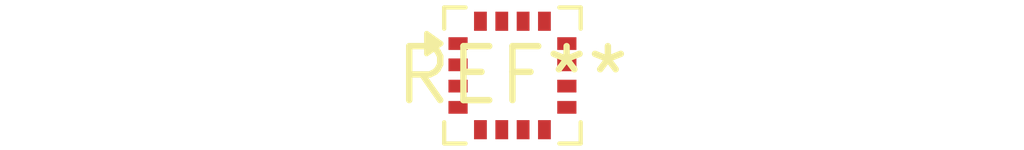
<source format=kicad_pcb>
(kicad_pcb (version 20240108) (generator pcbnew)
  (layers (0 "F.Cu" signal) (31 "B.Cu" signal) (34 "B.Paste" user) (35 "F.Paste" user) (36 "B.SilkS" user "B.Silkscreen") (37 "F.SilkS" user "F.Silkscreen") (38 "B.Mask" user) (39 "F.Mask" user) (44 "Edge.Cuts" user))
  (net 0 "")
  (footprint "LGA-16_3x3mm_P0.5mm" (layer "F.Cu") (at 0 0)
    (property "Reference" "REF**")
    (property "Value" "LGA-16_3x3mm_P0.5mm")
    (fp_line (start -1.6 -1.6) (end -1.6 -1.1) (layer "F.SilkS") (stroke (width 0.1)))
    (fp_line (start -1.6 -1.6) (end -1.1 -1.6) (layer "F.SilkS") (stroke (width 0.1)))
    (fp_line (start -1.6 1.6) (end -1.6 1.1) (layer "F.SilkS") (stroke (width 0.1)))
    (fp_line (start -1.6 1.6) (end -1.1 1.6) (layer "F.SilkS") (stroke (width 0.1)))
    (fp_line (start 1.1 -1.6) (end 1.6 -1.6) (layer "F.SilkS") (stroke (width 0.1)))
    (fp_line (start 1.6 -1.6) (end 1.6 -1.1) (layer "F.SilkS") (stroke (width 0.1)))
    (fp_line (start 1.6 1.6) (end 1.1 1.6) (layer "F.SilkS") (stroke (width 0.1)))
    (fp_line (start 1.6 1.6) (end 1.6 1.1) (layer "F.SilkS") (stroke (width 0.1)))
    (fp_poly (pts (xy -1.675 -0.75) (xy -2.011 -0.51) (xy -2.011 -0.99) (xy -1.675 -0.75)) (layer "F.SilkS") (stroke (width 0.12)) (fill solid))
    (pad "1" smd rect (at -1.275 -0.75 90) (size 0.3 0.45) (layers "F.Cu" "F.Paste" "F.Mask"))
    (pad "2" smd rect (at -1.275 -0.25 90) (size 0.3 0.45) (layers "F.Cu" "F.Paste" "F.Mask"))
    (pad "3" smd rect (at -1.275 0.25 90) (size 0.3 0.45) (layers "F.Cu" "F.Paste" "F.Mask"))
    (pad "4" smd rect (at -1.275 0.75 90) (size 0.3 0.45) (layers "F.Cu" "F.Paste" "F.Mask"))
    (pad "5" smd rect (at -0.75 1.275) (size 0.3 0.45) (layers "F.Cu" "F.Paste" "F.Mask"))
    (pad "6" smd rect (at -0.25 1.275) (size 0.3 0.45) (layers "F.Cu" "F.Paste" "F.Mask"))
    (pad "7" smd rect (at 0.25 1.275) (size 0.3 0.45) (layers "F.Cu" "F.Paste" "F.Mask"))
    (pad "8" smd rect (at 0.75 1.275) (size 0.3 0.45) (layers "F.Cu" "F.Paste" "F.Mask"))
    (pad "9" smd rect (at 1.275 0.75 90) (size 0.3 0.45) (layers "F.Cu" "F.Paste" "F.Mask"))
    (pad "10" smd rect (at 1.275 0.25 90) (size 0.3 0.45) (layers "F.Cu" "F.Paste" "F.Mask"))
    (pad "11" smd rect (at 1.275 -0.25 90) (size 0.3 0.45) (layers "F.Cu" "F.Paste" "F.Mask"))
    (pad "12" smd rect (at 1.275 -0.75 90) (size 0.3 0.45) (layers "F.Cu" "F.Paste" "F.Mask"))
    (pad "13" smd rect (at 0.75 -1.275) (size 0.3 0.45) (layers "F.Cu" "F.Paste" "F.Mask"))
    (pad "14" smd rect (at 0.25 -1.275) (size 0.3 0.45) (layers "F.Cu" "F.Paste" "F.Mask"))
    (pad "15" smd rect (at -0.25 -1.275) (size 0.3 0.45) (layers "F.Cu" "F.Paste" "F.Mask"))
    (pad "16" smd rect (at -0.75 -1.275) (size 0.3 0.45) (layers "F.Cu" "F.Paste" "F.Mask"))
  )
)
</source>
